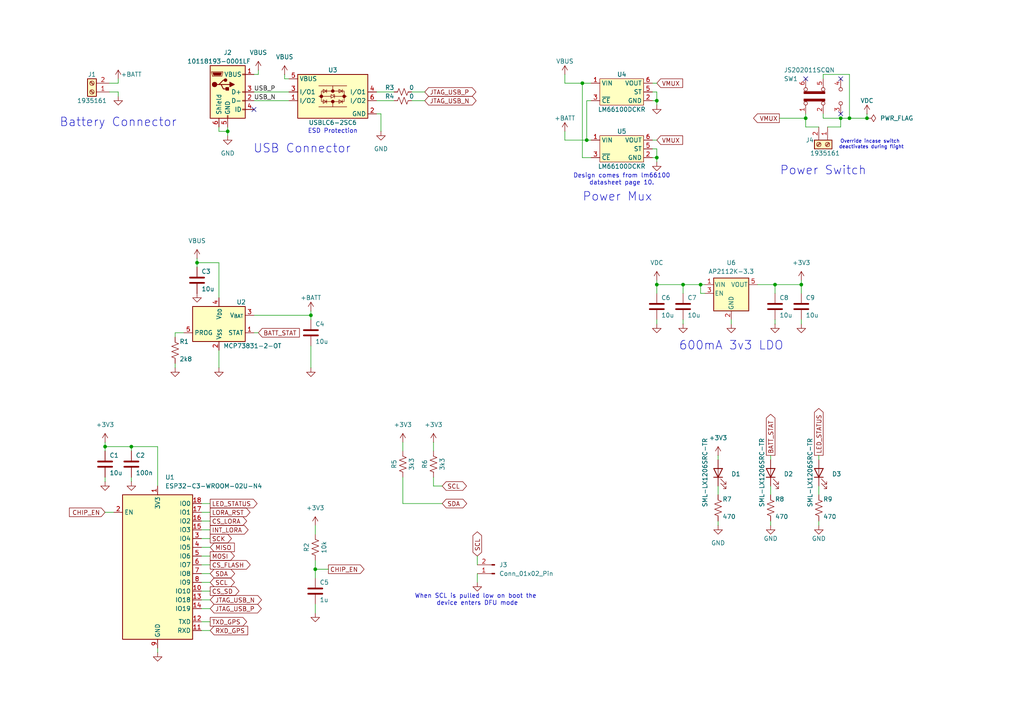
<source format=kicad_sch>
(kicad_sch (version 20231120) (generator "eeschema") (generator_version "8.0")
  (paper "A4")
  (lib_symbols
    (symbol "Battery_Management:MCP73831-2-OT"
      (property "Reference" "U" (at -7.62 6.35 0))
      (property "Value" "MCP73831-2-OT" (at 1.27 6.35 0))
      (symbol "MCP73831-2-OT_0_1"
        (rectangle (start -7.62 5.08) (end 7.62 -5.08) (stroke (width 0.254)) (fill (type background)))
      )
      (symbol "MCP73831-2-OT_1_1"
        (pin tri_state line (at 10.16 -2.54 180) (length 2.54) (name "STAT") (number "1"))
        (pin power_in line (at 0 -7.62 90) (length 2.54) (name "V_{SS}") (number "2"))
        (pin power_out line (at 10.16 2.54 180) (length 2.54) (name "V_{BAT}") (number "3"))
        (pin power_in line (at 0 7.62 270) (length 2.54) (name "V_{DD}") (number "4"))
        (pin input line (at -10.16 -2.54 0) (length 2.54) (name "PROG") (number "5"))
      )
    )
    (symbol "Connector:Conn_01x02_Pin" (pin_names (offset 1.016) hide)
      (property "Reference" "J" (at 0 2.54 0))
      (property "Value" "Conn_01x02_Pin" (at 0 -5.08 0))
      (symbol "Conn_01x02_Pin_1_1"
        (polyline (pts (xy 1.27 -2.54) (xy 0.8636 -2.54)) (stroke (width 0.1524)))
        (polyline (pts (xy 1.27 0) (xy 0.8636 0)) (stroke (width 0.1524)))
        (rectangle (start 0.8636 -2.413) (end 0 -2.667) (stroke (width 0.1524)) (fill (type outline)))
        (rectangle (start 0.8636 0.127) (end 0 -0.127) (stroke (width 0.1524)) (fill (type outline)))
        (pin passive line (at 5.08 0 180) (length 3.81) (name "Pin_1") (number "1"))
        (pin passive line (at 5.08 -2.54 180) (length 3.81) (name "Pin_2") (number "2"))
      )
    )
    (symbol "Connector:USB_B_Micro" (pin_names (offset 1.016))
      (property "Reference" "J" (at -5.08 11.43 0))
      (property "Value" "USB_B_Micro" (at -5.08 8.89 0))
      (symbol "USB_B_Micro_0_1"
        (rectangle (start -5.08 -7.62) (end 5.08 7.62) (stroke (width 0.254)) (fill (type background)))
        (circle (center -3.81 2.159) (radius 0.635) (stroke (width 0.254)) (fill (type outline)))
        (circle (center -0.635 3.429) (radius 0.381) (stroke (width 0.254)) (fill (type outline)))
        (rectangle (start -0.127 -7.62) (end 0.127 -6.858))
        (polyline (pts (xy -1.905 2.159) (xy 0.635 2.159)) (stroke (width 0.254)))
        (polyline (pts (xy -3.175 2.159) (xy -2.54 2.159) (xy -1.27 3.429) (xy -0.635 3.429)) (stroke (width 0.254)))
        (polyline (pts (xy -2.54 2.159) (xy -1.905 2.159) (xy -1.27 0.889) (xy 0 0.889)) (stroke (width 0.254)))
        (polyline (pts (xy 0.635 2.794) (xy 0.635 1.524) (xy 1.905 2.159) (xy 0.635 2.794)) (stroke (width 0.254)) (fill (type outline)))
        (polyline (pts (xy -4.318 5.588) (xy -1.778 5.588) (xy -2.032 4.826) (xy -4.064 4.826) (xy -4.318 5.588)) (fill (type outline)))
        (polyline (pts (xy -4.699 5.842) (xy -4.699 5.588) (xy -4.445 4.826) (xy -4.445 4.572) (xy -1.651 4.572) (xy -1.651 4.826) (xy -1.397 5.588) (xy -1.397 5.842) (xy -4.699 5.842)))
        (rectangle (start 0.254 1.27) (end -0.508 0.508) (stroke (width 0.254)) (fill (type outline)))
        (rectangle (start 5.08 -5.207) (end 4.318 -4.953))
        (rectangle (start 5.08 -2.667) (end 4.318 -2.413))
        (rectangle (start 5.08 -0.127) (end 4.318 0.127))
        (rectangle (start 5.08 4.953) (end 4.318 5.207))
      )
      (symbol "USB_B_Micro_1_1"
        (pin power_out line (at 7.62 5.08 180) (length 2.54) (name "VBUS") (number "1"))
        (pin bidirectional line (at 7.62 -2.54 180) (length 2.54) (name "D-") (number "2"))
        (pin bidirectional line (at 7.62 0 180) (length 2.54) (name "D+") (number "3"))
        (pin passive line (at 7.62 -5.08 180) (length 2.54) (name "ID") (number "4"))
        (pin power_out line (at 0 -10.16 90) (length 2.54) (name "GND") (number "5"))
        (pin passive line (at -2.54 -10.16 90) (length 2.54) (name "Shield") (number "6"))
      )
    )
    (symbol "Device:C" (pin_numbers hide) (pin_names (offset 0.254))
      (property "Reference" "C" (at 0.635 2.54 0))
      (property "Value" "C" (at 0.635 -2.54 0))
      (symbol "C_0_1"
        (polyline (pts (xy -2.032 -0.762) (xy 2.032 -0.762)) (stroke (width 0.508)))
        (polyline (pts (xy -2.032 0.762) (xy 2.032 0.762)) (stroke (width 0.508)))
      )
      (symbol "C_1_1"
        (pin passive line (at 0 3.81 270) (length 2.794) (name "~") (number "1"))
        (pin passive line (at 0 -3.81 90) (length 2.794) (name "~") (number "2"))
      )
    )
    (symbol "Device:LED" (pin_numbers hide) (pin_names (offset 1.016) hide)
      (property "Reference" "D" (at 0 2.54 0))
      (property "Value" "LED" (at 0 -2.54 0))
      (symbol "LED_0_1"
        (polyline (pts (xy -1.27 -1.27) (xy -1.27 1.27)) (stroke (width 0.254)))
        (polyline (pts (xy -1.27 0) (xy 1.27 0)))
        (polyline (pts (xy 1.27 -1.27) (xy 1.27 1.27) (xy -1.27 0) (xy 1.27 -1.27)) (stroke (width 0.254)))
        (polyline (pts (xy -3.048 -0.762) (xy -4.572 -2.286) (xy -3.81 -2.286) (xy -4.572 -2.286) (xy -4.572 -1.524)))
        (polyline (pts (xy -1.778 -0.762) (xy -3.302 -2.286) (xy -2.54 -2.286) (xy -3.302 -2.286) (xy -3.302 -1.524)))
      )
      (symbol "LED_1_1"
        (pin passive line (at -3.81 0 0) (length 2.54) (name "K") (number "1"))
        (pin passive line (at 3.81 0 180) (length 2.54) (name "A") (number "2"))
      )
    )
    (symbol "Device:R_Small_US" (pin_numbers hide) (pin_names (offset 0.254) hide)
      (property "Reference" "R" (at 0.762 0.508 0))
      (property "Value" "R_Small_US" (at 0.762 -1.016 0))
      (symbol "R_Small_US_1_1"
        (polyline (pts (xy 0 0) (xy 1.016 -0.381) (xy 0 -0.762) (xy -1.016 -1.143) (xy 0 -1.524)))
        (polyline (pts (xy 0 1.524) (xy 1.016 1.143) (xy 0 0.762) (xy -1.016 0.381) (xy 0 0)))
        (pin passive line (at 0 2.54 270) (length 1.016) (name "~") (number "1"))
        (pin passive line (at 0 -2.54 90) (length 1.016) (name "~") (number "2"))
      )
    )
    (symbol "Device:R_US" (pin_numbers hide) (pin_names (offset 0))
      (property "Reference" "R" (at 2.54 0 90))
      (property "Value" "R_US" (at -2.54 0 90))
      (symbol "R_US_0_1"
        (polyline (pts (xy 0 -2.286) (xy 0 -2.54)))
        (polyline (pts (xy 0 2.286) (xy 0 2.54)))
        (polyline (pts (xy 0 -0.762) (xy 1.016 -1.143) (xy 0 -1.524) (xy -1.016 -1.905) (xy 0 -2.286)))
        (polyline (pts (xy 0 0.762) (xy 1.016 0.381) (xy 0 0) (xy -1.016 -0.381) (xy 0 -0.762)))
        (polyline (pts (xy 0 2.286) (xy 1.016 1.905) (xy 0 1.524) (xy -1.016 1.143) (xy 0 0.762)))
      )
      (symbol "R_US_1_1"
        (pin passive line (at 0 3.81 270) (length 1.27) (name "~") (number "1"))
        (pin passive line (at 0 -3.81 90) (length 1.27) (name "~") (number "2"))
      )
    )
    (symbol "MCU:1984963" (pin_names (offset 1.016) hide)
      (property "Reference" "J" (at 0 2.54 0))
      (property "Value" "1984963" (at 0 -5.08 0))
      (symbol "1984963_1_1"
        (rectangle (start -1.27 1.27) (end 1.27 -3.81) (stroke (width 0.254)) (fill (type background)))
        (circle (center 0 -2.54) (radius 0.635) (stroke (width 0.1524)))
        (polyline (pts (xy -0.5334 -2.2098) (xy 0.3302 -3.048)) (stroke (width 0.1524)))
        (polyline (pts (xy -0.5334 0.3302) (xy 0.3302 -0.508)) (stroke (width 0.1524)))
        (polyline (pts (xy -0.3556 -2.032) (xy 0.508 -2.8702)) (stroke (width 0.1524)))
        (polyline (pts (xy -0.3556 0.508) (xy 0.508 -0.3302)) (stroke (width 0.1524)))
        (circle (center 0 0) (radius 0.635) (stroke (width 0.1524)))
        (pin passive line (at -5.08 0 0) (length 3.81) (name "Pin_1") (number "1"))
        (pin passive line (at -5.08 -2.54 0) (length 3.81) (name "Pin_2") (number "2"))
      )
    )
    (symbol "MCU:ESP32-C3-WROOM-02"
      (property "Reference" "U" (at -8.89 20.32 0))
      (property "Value" "ESP32-C3-WROOM-02" (at 12.7 -24.13 0))
      (symbol "ESP32-C3-WROOM-02_0_1"
        (rectangle (start -10.16 19.05) (end 10.16 -22.86) (stroke (width 0.254)) (fill (type background)))
      )
      (symbol "ESP32-C3-WROOM-02_1_1"
        (pin power_in line (at 0 21.59 270) (length 2.54) (name "3V3") (number "1"))
        (pin bidirectional line (at 12.7 -8.89 180) (length 2.54) (name "IO10") (number "10"))
        (pin input line (at 12.7 -20.32 180) (length 2.54) (name "RXD") (number "11"))
        (pin output line (at 12.7 -17.78 180) (length 2.54) (name "TXD") (number "12"))
        (pin bidirectional line (at 12.7 -11.43 180) (length 2.54) (name "IO18") (number "13"))
        (pin bidirectional line (at 12.7 -13.97 180) (length 2.54) (name "IO19") (number "14"))
        (pin bidirectional line (at 12.7 8.89 180) (length 2.54) (name "IO3") (number "15"))
        (pin bidirectional line (at 12.7 11.43 180) (length 2.54) (name "IO2") (number "16"))
        (pin bidirectional line (at 12.7 13.97 180) (length 2.54) (name "IO1") (number "17"))
        (pin bidirectional line (at 12.7 16.51 180) (length 2.54) (name "IO0") (number "18"))
        (pin power_in line (at 0 -25.4 90) (length 2.54) hide (name "GND") (number "19"))
        (pin input line (at -12.7 13.97 0) (length 2.54) (name "EN") (number "2"))
        (pin bidirectional line (at 12.7 6.35 180) (length 2.54) (name "IO4") (number "3"))
        (pin bidirectional line (at 12.7 3.81 180) (length 2.54) (name "IO5") (number "4"))
        (pin bidirectional line (at 12.7 1.27 180) (length 2.54) (name "IO6") (number "5"))
        (pin bidirectional line (at 12.7 -1.27 180) (length 2.54) (name "IO7") (number "6"))
        (pin bidirectional line (at 12.7 -3.81 180) (length 2.54) (name "IO8") (number "7"))
        (pin bidirectional line (at 12.7 -6.35 180) (length 2.54) (name "IO9") (number "8"))
        (pin power_in line (at 0 -25.4 90) (length 2.54) (name "GND") (number "9"))
      )
    )
    (symbol "MCU:JS202011SCQN" (pin_names (offset 0) hide)
      (property "Reference" "SW" (at 0 6.858 0))
      (property "Value" "JS202011SCQN" (at 0 -8.128 0))
      (symbol "JS202011SCQN_0_0"
        (circle (center -2.032 -5.08) (radius 0.508))
        (circle (center -2.032 5.08) (radius 0.508))
        (circle (center 2.032 -5.08) (radius 0.508))
        (circle (center 2.032 0) (radius 0.508))
      )
      (symbol "JS202011SCQN_0_1"
        (circle (center -2.032 0) (radius 0.508))
        (circle (center 2.032 5.08) (radius 0.508))
      )
      (symbol "JS202011SCQN_1_1"
        (rectangle (start -1.397 5.588) (end -0.762 -0.508) (fill (type outline)))
        (rectangle (start 0.762 5.588) (end 1.397 -0.508) (fill (type outline)))
        (pin passive line (at -5.08 5.08 0) (length 2.54) (name "A") (number "1"))
        (pin passive line (at -5.08 0 0) (length 2.54) (name "B") (number "2"))
        (pin passive line (at -5.08 -5.08 0) (length 2.54) (name "C") (number "3"))
        (pin passive line (at 5.08 -5.08 180) (length 2.54) (name "A") (number "4"))
        (pin passive line (at 5.08 0 180) (length 2.54) (name "B") (number "5"))
        (pin passive line (at 5.08 5.08 180) (length 2.54) (name "C") (number "6"))
      )
    )
    (symbol "MCU:LM66100DCKR"
      (property "Reference" "U" (at 0 5.08 0))
      (property "Value" "LM66100DCKR" (at 0 -5.08 0))
      (symbol "LM66100DCKR_1_1"
        (rectangle (start -6.35 3.81) (end 6.35 -3.81) (fill (type background)))
        (pin power_in line (at -8.89 2.54 0) (length 2.54) (name "VIN") (number "1"))
        (pin power_in line (at 8.89 -2.54 180) (length 2.54) (name "GND") (number "2"))
        (pin input line (at -8.89 -2.54 0) (length 2.54) (name "~{CE}") (number "3"))
        (pin input line (at 8.89 0 180) (length 2.54) (name "ST") (number "5"))
        (pin power_out line (at 8.89 2.54 180) (length 2.54) (name "VOUT") (number "6"))
      )
    )
    (symbol "MCU:USBLC6-2SC6"
      (property "Reference" "U" (at -8.89 7.62 0))
      (property "Value" "USBLC6-2SC6" (at 0 -7.62 0))
      (symbol "USBLC6-2SC6_0_0"
        (circle (center -3.302 0) (radius 0.0001) (stroke (width 0.508)))
        (circle (center 0 -1.524) (radius 0.0001) (stroke (width 0.508)))
        (circle (center 0 1.524) (radius 0.0001) (stroke (width 0.508)))
        (circle (center 3.302 0) (radius 0.0001) (stroke (width 0.508)))
      )
      (symbol "USBLC6-2SC6_0_1"
        (polyline (pts (xy -3.302 0) (xy -4.064 0)))
        (polyline (pts (xy -3.302 0) (xy -0.508 0)))
        (polyline (pts (xy -1.778 -1.016) (xy -1.778 -2.032)))
        (polyline (pts (xy -1.778 2.032) (xy -1.778 1.016)))
        (polyline (pts (xy 0 -1.524) (xy 0 -3.048)))
        (polyline (pts (xy 0 3.048) (xy 0 1.524)))
        (polyline (pts (xy 0.508 0) (xy 3.302 0)))
        (polyline (pts (xy 2.794 -1.016) (xy 2.794 -2.032)))
        (polyline (pts (xy 2.794 1.016) (xy 2.794 2.032)))
        (polyline (pts (xy 4.064 -3.048) (xy -4.064 -3.048)))
        (polyline (pts (xy 4.064 0) (xy 3.302 0)))
        (polyline (pts (xy 4.064 3.048) (xy -4.064 3.048)))
        (polyline (pts (xy 0.127 0.508) (xy 0.508 0.508) (xy 0.508 -0.508)))
        (polyline (pts (xy -2.794 -2.032) (xy -2.794 -1.016) (xy -1.778 -1.524) (xy -2.794 -2.032)))
        (polyline (pts (xy -2.794 1.016) (xy -2.794 2.032) (xy -1.778 1.524) (xy -2.794 1.016)))
        (polyline (pts (xy -0.508 -0.508) (xy -0.508 0.508) (xy 0.508 0) (xy -0.508 -0.508)))
        (polyline (pts (xy 1.778 -2.032) (xy 1.778 -1.016) (xy 2.794 -1.524) (xy 1.778 -2.032)))
        (polyline (pts (xy 1.778 2.032) (xy 1.778 1.016) (xy 2.794 1.524) (xy 1.778 2.032)))
      )
      (symbol "USBLC6-2SC6_1_1"
        (rectangle (start -10.16 6.35) (end 10.16 -6.35) (stroke (width 0.254)) (fill (type background)))
        (polyline (pts (xy -3.302 0) (xy -3.302 -1.524) (xy 3.302 -1.524) (xy 3.302 0)))
        (polyline (pts (xy 3.302 0) (xy 3.302 1.524) (xy -3.302 1.524) (xy -3.302 0)))
        (pin passive line (at -12.7 -1.27 0) (length 2.54) (name "I/O2") (number "1"))
        (pin power_in line (at 12.7 -5.08 180) (length 2.54) (name "GND") (number "2"))
        (pin passive line (at -12.7 1.27 0) (length 2.54) (name "I/O1") (number "3"))
        (pin passive line (at 12.7 1.27 180) (length 2.54) (name "I/O1") (number "4"))
        (pin power_in line (at -12.7 5.08 0) (length 2.54) (name "VBUS") (number "5"))
        (pin passive line (at 12.7 -1.27 180) (length 2.54) (name "I/O2") (number "6"))
      )
    )
    (symbol "Regulator_Linear:AP2112K-3.3" (pin_names (offset 0.254))
      (property "Reference" "U" (at -5.08 5.715 0))
      (property "Value" "AP2112K-3.3" (at 0 5.715 0))
      (symbol "AP2112K-3.3_0_1"
        (rectangle (start -5.08 4.445) (end 5.08 -5.08) (stroke (width 0.254)) (fill (type background)))
      )
      (symbol "AP2112K-3.3_1_1"
        (pin power_in line (at -7.62 2.54 0) (length 2.54) (name "VIN") (number "1"))
        (pin power_in line (at 0 -7.62 90) (length 2.54) (name "GND") (number "2"))
        (pin input line (at -7.62 0 0) (length 2.54) (name "EN") (number "3"))
        (pin no_connect line (at 5.08 0 180) (length 2.54) hide (name "NC") (number "4"))
        (pin power_out line (at 7.62 2.54 180) (length 2.54) (name "VOUT") (number "5"))
      )
    )
    (symbol "power:+3V3" (power) (pin_numbers hide) (pin_names (offset 0) hide)
      (property "Value" "+3V3" (at 0 3.556 0))
      (symbol "+3V3_0_1"
        (polyline (pts (xy -0.762 1.27) (xy 0 2.54)))
        (polyline (pts (xy 0 0) (xy 0 2.54)))
        (polyline (pts (xy 0 2.54) (xy 0.762 1.27)))
      )
      (symbol "+3V3_1_1"
        (pin power_in line (at 0 0 90) (length 0) (name "~") (number "1"))
      )
    )
    (symbol "power:+BATT" (power) (pin_numbers hide) (pin_names (offset 0) hide)
      (property "Value" "+BATT" (at 0 3.556 0))
      (symbol "+BATT_0_1"
        (polyline (pts (xy -0.762 1.27) (xy 0 2.54)))
        (polyline (pts (xy 0 0) (xy 0 2.54)))
        (polyline (pts (xy 0 2.54) (xy 0.762 1.27)))
      )
      (symbol "+BATT_1_1"
        (pin power_in line (at 0 0 90) (length 0) (name "~") (number "1"))
      )
    )
    (symbol "power:GND" (power) (pin_numbers hide) (pin_names (offset 0) hide)
      (property "Value" "GND" (at 0 -3.81 0))
      (symbol "GND_0_1"
        (polyline (pts (xy 0 0) (xy 0 -1.27) (xy 1.27 -1.27) (xy 0 -2.54) (xy -1.27 -1.27) (xy 0 -1.27)))
      )
      (symbol "GND_1_1"
        (pin power_in line (at 0 0 270) (length 0) (name "~") (number "1"))
      )
    )
    (symbol "power:PWR_FLAG" (power) (pin_numbers hide) (pin_names (offset 0) hide)
      (property "Value" "PWR_FLAG" (at 0 3.81 0))
      (symbol "PWR_FLAG_0_0"
        (pin power_out line (at 0 0 90) (length 0) (name "~") (number "1"))
      )
      (symbol "PWR_FLAG_0_1"
        (polyline (pts (xy 0 0) (xy 0 1.27) (xy -1.016 1.905) (xy 0 2.54) (xy 1.016 1.905) (xy 0 1.27)))
      )
    )
    (symbol "power:VBUS" (power) (pin_numbers hide) (pin_names (offset 0) hide)
      (property "Value" "VBUS" (at 0 3.556 0))
      (symbol "VBUS_0_1"
        (polyline (pts (xy -0.762 1.27) (xy 0 2.54)))
        (polyline (pts (xy 0 0) (xy 0 2.54)))
        (polyline (pts (xy 0 2.54) (xy 0.762 1.27)))
      )
      (symbol "VBUS_1_1"
        (pin power_in line (at 0 0 90) (length 0) (name "~") (number "1"))
      )
    )
    (symbol "power:VDC" (power) (pin_numbers hide) (pin_names (offset 0) hide)
      (property "Value" "VDC" (at 0 3.556 0))
      (symbol "VDC_0_1"
        (polyline (pts (xy -0.762 1.27) (xy 0 2.54)))
        (polyline (pts (xy 0 0) (xy 0 2.54)))
        (polyline (pts (xy 0 2.54) (xy 0.762 1.27)))
      )
      (symbol "VDC_1_1"
        (pin power_in line (at 0 0 90) (length 0) (name "~") (number "1"))
      )
    )
  )
  (junction (at 232.41 82.55))
  (junction (at 190.5 29.21))
  (junction (at 90.17 91.44))
  (junction (at 168.91 24.13))
  (junction (at 224.79 82.55))
  (junction (at 243.84 34.29))
  (junction (at 30.48 129.54))
  (junction (at 198.12 82.55))
  (junction (at 170.18 40.64))
  (junction (at 38.1 129.54))
  (junction (at 66.04 38.1))
  (junction (at 233.68 34.29))
  (junction (at 91.44 165.1))
  (junction (at 251.46 34.29))
  (junction (at 203.2 82.55))
  (junction (at 190.5 82.55))
  (junction (at 57.15 76.2))
  (junction (at 246.38 34.29))
  (junction (at 190.5 45.72))
  (no_connect (at 243.84 22.86))
  (no_connect (at 73.66 31.75))
  (no_connect (at 233.68 22.86))
  (no_connect (at 243.84 33.02))
  (wire (pts (xy 190.5 82.55) (xy 198.12 82.55)))
  (wire (pts (xy 109.22 26.67) (xy 114.3 26.67)))
  (wire (pts (xy 224.79 85.09) (xy 224.79 82.55)))
  (wire (pts (xy 246.38 21.59) (xy 246.38 34.29)))
  (wire (pts (xy 58.42 163.83) (xy 60.96 163.83)))
  (wire (pts (xy 30.48 129.54) (xy 30.48 130.81)))
  (wire (pts (xy 171.45 29.21) (xy 170.18 29.21)))
  (wire (pts (xy 251.46 34.29) (xy 246.38 34.29)))
  (wire (pts (xy 91.44 167.64) (xy 91.44 165.1)))
  (wire (pts (xy 163.83 21.59) (xy 163.83 24.13)))
  (wire (pts (xy 198.12 92.71) (xy 198.12 93.98)))
  (wire (pts (xy 171.45 45.72) (xy 168.91 45.72)))
  (wire (pts (xy 91.44 175.26) (xy 91.44 177.8)))
  (wire (pts (xy 243.84 34.29) (xy 243.84 36.83)))
  (wire (pts (xy 190.5 82.55) (xy 190.5 85.09)))
  (wire (pts (xy 57.15 76.2) (xy 63.5 76.2)))
  (wire (pts (xy 212.09 92.71) (xy 212.09 93.98)))
  (wire (pts (xy 243.84 34.29) (xy 238.76 34.29)))
  (wire (pts (xy 190.5 30.48) (xy 190.5 29.21)))
  (wire (pts (xy 116.84 128.27) (xy 116.84 130.81)))
  (wire (pts (xy 30.48 138.43) (xy 30.48 139.7)))
  (wire (pts (xy 138.43 166.37) (xy 138.43 168.91)))
  (wire (pts (xy 190.5 45.72) (xy 189.23 45.72)))
  (wire (pts (xy 128.27 146.05) (xy 116.84 146.05)))
  (wire (pts (xy 243.84 36.83) (xy 240.03 36.83)))
  (wire (pts (xy 58.42 151.13) (xy 60.96 151.13)))
  (wire (pts (xy 232.41 85.09) (xy 232.41 82.55)))
  (wire (pts (xy 90.17 91.44) (xy 90.17 90.17)))
  (wire (pts (xy 125.73 128.27) (xy 125.73 130.81)))
  (wire (pts (xy 223.52 140.97) (xy 223.52 143.51)))
  (wire (pts (xy 203.2 82.55) (xy 204.47 82.55)))
  (wire (pts (xy 73.66 91.44) (xy 90.17 91.44)))
  (wire (pts (xy 109.22 29.21) (xy 114.3 29.21)))
  (wire (pts (xy 34.29 24.13) (xy 34.29 22.86)))
  (wire (pts (xy 243.84 34.29) (xy 246.38 34.29)))
  (wire (pts (xy 168.91 24.13) (xy 171.45 24.13)))
  (wire (pts (xy 190.5 46.99) (xy 190.5 45.72)))
  (wire (pts (xy 190.5 24.13) (xy 189.23 24.13)))
  (wire (pts (xy 50.8 105.41) (xy 50.8 106.68)))
  (wire (pts (xy 58.42 161.29) (xy 60.96 161.29)))
  (wire (pts (xy 30.48 129.54) (xy 38.1 129.54)))
  (wire (pts (xy 90.17 100.33) (xy 90.17 106.68)))
  (wire (pts (xy 45.72 140.97) (xy 45.72 129.54)))
  (wire (pts (xy 237.49 151.13) (xy 237.49 152.4)))
  (wire (pts (xy 232.41 81.28) (xy 232.41 82.55)))
  (wire (pts (xy 223.52 151.13) (xy 223.52 152.4)))
  (wire (pts (xy 63.5 38.1) (xy 66.04 38.1)))
  (wire (pts (xy 38.1 139.7) (xy 38.1 138.43)))
  (wire (pts (xy 198.12 82.55) (xy 198.12 85.09)))
  (wire (pts (xy 30.48 128.27) (xy 30.48 129.54)))
  (wire (pts (xy 119.38 29.21) (xy 123.19 29.21)))
  (wire (pts (xy 58.42 182.88) (xy 60.96 182.88)))
  (wire (pts (xy 58.42 156.21) (xy 60.96 156.21)))
  (wire (pts (xy 163.83 40.64) (xy 163.83 38.1)))
  (wire (pts (xy 238.76 22.86) (xy 238.76 21.59)))
  (wire (pts (xy 128.27 140.97) (xy 125.73 140.97)))
  (wire (pts (xy 58.42 166.37) (xy 60.96 166.37)))
  (wire (pts (xy 45.72 189.23) (xy 45.72 187.96)))
  (wire (pts (xy 238.76 34.29) (xy 238.76 33.02)))
  (wire (pts (xy 190.5 81.28) (xy 190.5 82.55)))
  (wire (pts (xy 82.55 21.59) (xy 82.55 22.86)))
  (wire (pts (xy 58.42 168.91) (xy 60.96 168.91)))
  (wire (pts (xy 125.73 140.97) (xy 125.73 138.43)))
  (wire (pts (xy 34.29 26.67) (xy 34.29 27.94)))
  (wire (pts (xy 34.29 26.67) (xy 31.75 26.67)))
  (wire (pts (xy 251.46 33.02) (xy 251.46 34.29)))
  (wire (pts (xy 208.28 151.13) (xy 208.28 152.4)))
  (wire (pts (xy 34.29 24.13) (xy 31.75 24.13)))
  (wire (pts (xy 223.52 132.08) (xy 223.52 133.35)))
  (wire (pts (xy 58.42 158.75) (xy 60.96 158.75)))
  (wire (pts (xy 66.04 38.1) (xy 66.04 39.37)))
  (wire (pts (xy 50.8 96.52) (xy 53.34 96.52)))
  (wire (pts (xy 198.12 82.55) (xy 203.2 82.55)))
  (wire (pts (xy 73.66 26.67) (xy 83.82 26.67)))
  (wire (pts (xy 74.93 20.32) (xy 74.93 21.59)))
  (wire (pts (xy 189.23 43.18) (xy 190.5 43.18)))
  (wire (pts (xy 58.42 180.34) (xy 60.96 180.34)))
  (wire (pts (xy 233.68 33.02) (xy 233.68 34.29)))
  (wire (pts (xy 190.5 26.67) (xy 190.5 29.21)))
  (wire (pts (xy 50.8 97.79) (xy 50.8 96.52)))
  (wire (pts (xy 58.42 153.67) (xy 60.96 153.67)))
  (wire (pts (xy 91.44 152.4) (xy 91.44 154.94)))
  (wire (pts (xy 189.23 26.67) (xy 190.5 26.67)))
  (wire (pts (xy 219.71 82.55) (xy 224.79 82.55)))
  (wire (pts (xy 224.79 92.71) (xy 224.79 93.98)))
  (wire (pts (xy 110.49 38.1) (xy 110.49 33.02)))
  (wire (pts (xy 73.66 29.21) (xy 83.82 29.21)))
  (wire (pts (xy 90.17 92.71) (xy 90.17 91.44)))
  (wire (pts (xy 57.15 74.93) (xy 57.15 76.2)))
  (wire (pts (xy 63.5 101.6) (xy 63.5 106.68)))
  (wire (pts (xy 190.5 43.18) (xy 190.5 45.72)))
  (wire (pts (xy 237.49 140.97) (xy 237.49 143.51)))
  (wire (pts (xy 233.68 34.29) (xy 233.68 36.83)))
  (wire (pts (xy 38.1 130.81) (xy 38.1 129.54)))
  (wire (pts (xy 226.06 34.29) (xy 233.68 34.29)))
  (wire (pts (xy 91.44 165.1) (xy 95.25 165.1)))
  (wire (pts (xy 91.44 165.1) (xy 91.44 162.56)))
  (wire (pts (xy 63.5 76.2) (xy 63.5 86.36)))
  (wire (pts (xy 232.41 92.71) (xy 232.41 93.98)))
  (wire (pts (xy 57.15 76.2) (xy 57.15 77.47)))
  (wire (pts (xy 208.28 140.97) (xy 208.28 143.51)))
  (wire (pts (xy 58.42 146.05) (xy 60.96 146.05)))
  (wire (pts (xy 238.76 21.59) (xy 246.38 21.59)))
  (wire (pts (xy 58.42 171.45) (xy 60.96 171.45)))
  (wire (pts (xy 171.45 40.64) (xy 170.18 40.64)))
  (wire (pts (xy 58.42 148.59) (xy 60.96 148.59)))
  (wire (pts (xy 58.42 176.53) (xy 60.96 176.53)))
  (wire (pts (xy 116.84 146.05) (xy 116.84 138.43)))
  (wire (pts (xy 224.79 82.55) (xy 232.41 82.55)))
  (wire (pts (xy 190.5 29.21) (xy 189.23 29.21)))
  (wire (pts (xy 170.18 40.64) (xy 163.83 40.64)))
  (wire (pts (xy 58.42 173.99) (xy 60.96 173.99)))
  (wire (pts (xy 73.66 96.52) (xy 74.93 96.52)))
  (wire (pts (xy 237.49 132.08) (xy 237.49 133.35)))
  (wire (pts (xy 119.38 26.67) (xy 123.19 26.67)))
  (wire (pts (xy 110.49 33.02) (xy 109.22 33.02)))
  (wire (pts (xy 30.48 148.59) (xy 33.02 148.59)))
  (wire (pts (xy 45.72 129.54) (xy 38.1 129.54)))
  (wire (pts (xy 190.5 92.71) (xy 190.5 93.98)))
  (wire (pts (xy 233.68 36.83) (xy 237.49 36.83)))
  (wire (pts (xy 168.91 45.72) (xy 168.91 24.13)))
  (wire (pts (xy 190.5 40.64) (xy 189.23 40.64)))
  (wire (pts (xy 203.2 85.09) (xy 203.2 82.55)))
  (wire (pts (xy 204.47 85.09) (xy 203.2 85.09)))
  (wire (pts (xy 208.28 132.08) (xy 208.28 133.35)))
  (wire (pts (xy 66.04 36.83) (xy 66.04 38.1)))
  (wire (pts (xy 74.93 21.59) (xy 73.66 21.59)))
  (wire (pts (xy 82.55 22.86) (xy 83.82 22.86)))
  (wire (pts (xy 163.83 24.13) (xy 168.91 24.13)))
  (wire (pts (xy 63.5 36.83) (xy 63.5 38.1)))
  (wire (pts (xy 170.18 29.21) (xy 170.18 40.64)))
  (wire (pts (xy 138.43 161.29) (xy 138.43 163.83)))
  (text "600mA 3v3 LDO" (at 212.09 100.33 0) (effects (font (size 2.5 2.5))))
  (text "USB Connector\n" (at 87.63 43.18 0) (effects (font (size 2.5 2.5))))
  (text "Power Switch" (at 238.76 49.53 0) (effects (font (size 2.5 2.5))))
  (text "Design comes from lm66100\ndatasheet page 10." (at 180.34 52.07 0) (effects (font (size 1.27 1.27))))
  (text "Power Mux" (at 179.07 57.15 0) (effects (font (size 2.5 2.5))))
  (text "When SCL is pulled low on boot the \ndevice enters DFU mode" (at 138.43 173.99 0) (effects (font (size 1.27 1.27))))
  (text "Override incase switch \ndeactivates during flight" (at 252.73 41.91 0) (effects (font (size 1 1))))
  (text "ESD Protection\n" (at 96.52 38.1 0) (effects (font (size 1.27 1.27))))
  (text "Battery Connector" (at 34.29 35.56 0) (effects (font (size 2.5 2.5))))
  (label "USB_N" (at 73.66 29.21 0))
  (label "USB_P" (at 73.66 26.67 0))
  (global_label "SCL" (shape bidirectional) (at 138.43 161.29 90) (property "Intersheetrefs" "${INTERSHEET_REFS}" (effects (hide yes))))
  (global_label "BATT_STAT" (shape output) (at 223.52 132.08 90) (property "Intersheetrefs" "${INTERSHEET_REFS}" (effects (hide yes))))
  (global_label "BATT_STAT" (shape input) (at 74.93 96.52 0) (property "Intersheetrefs" "${INTERSHEET_REFS}" (effects (hide yes))))
  (global_label "VMUX" (shape input) (at 190.5 40.64 0) (property "Intersheetrefs" "${INTERSHEET_REFS}" (effects (hide yes))))
  (global_label "CS_FLASH" (shape output) (at 60.96 163.83 0) (property "Intersheetrefs" "${INTERSHEET_REFS}" (effects (hide yes))))
  (global_label "INT_LORA" (shape output) (at 60.96 153.67 0) (property "Intersheetrefs" "${INTERSHEET_REFS}" (effects (hide yes))))
  (global_label "CHIP_EN" (shape input) (at 30.48 148.59 180) (property "Intersheetrefs" "${INTERSHEET_REFS}" (effects (hide yes))))
  (global_label "SCL" (shape bidirectional) (at 60.96 168.91 0) (property "Intersheetrefs" "${INTERSHEET_REFS}" (effects (hide yes))))
  (global_label "SCL" (shape bidirectional) (at 128.27 140.97 0) (property "Intersheetrefs" "${INTERSHEET_REFS}" (effects (hide yes))))
  (global_label "VMUX" (shape output) (at 226.06 34.29 180) (property "Intersheetrefs" "${INTERSHEET_REFS}" (effects (hide yes))))
  (global_label "TXD_GPS" (shape output) (at 60.96 180.34 0) (property "Intersheetrefs" "${INTERSHEET_REFS}" (effects (hide yes))))
  (global_label "LED_STATUS" (shape output) (at 60.96 146.05 0) (property "Intersheetrefs" "${INTERSHEET_REFS}" (effects (hide yes))))
  (global_label "CS_SD" (shape output) (at 60.96 171.45 0) (property "Intersheetrefs" "${INTERSHEET_REFS}" (effects (hide yes))))
  (global_label "LED_STATUS" (shape output) (at 237.49 132.08 90) (property "Intersheetrefs" "${INTERSHEET_REFS}" (effects (hide yes))))
  (global_label "MISO" (shape input) (at 60.96 158.75 0) (property "Intersheetrefs" "${INTERSHEET_REFS}" (effects (hide yes))))
  (global_label "SDA" (shape bidirectional) (at 128.27 146.05 0) (property "Intersheetrefs" "${INTERSHEET_REFS}" (effects (hide yes))))
  (global_label "VMUX" (shape input) (at 190.5 24.13 0) (property "Intersheetrefs" "${INTERSHEET_REFS}" (effects (hide yes))))
  (global_label "LORA_RST" (shape output) (at 60.96 148.59 0) (property "Intersheetrefs" "${INTERSHEET_REFS}" (effects (hide yes))))
  (global_label "CS_LORA" (shape output) (at 60.96 151.13 0) (property "Intersheetrefs" "${INTERSHEET_REFS}" (effects (hide yes))))
  (global_label "CHIP_EN" (shape output) (at 95.25 165.1 0) (property "Intersheetrefs" "${INTERSHEET_REFS}" (effects (hide yes))))
  (global_label "RXD_GPS" (shape input) (at 60.96 182.88 0) (property "Intersheetrefs" "${INTERSHEET_REFS}" (effects (hide yes))))
  (global_label "JTAG_USB_P" (shape bidirectional) (at 123.19 26.67 0) (property "Intersheetrefs" "${INTERSHEET_REFS}" (effects (hide yes))))
  (global_label "JTAG_USB_P" (shape bidirectional) (at 60.96 176.53 0) (property "Intersheetrefs" "${INTERSHEET_REFS}" (effects (hide yes))))
  (global_label "SCK" (shape output) (at 60.96 156.21 0) (property "Intersheetrefs" "${INTERSHEET_REFS}" (effects (hide yes))))
  (global_label "JTAG_USB_N" (shape bidirectional) (at 123.19 29.21 0) (property "Intersheetrefs" "${INTERSHEET_REFS}" (effects (hide yes))))
  (global_label "JTAG_USB_N" (shape bidirectional) (at 60.96 173.99 0) (property "Intersheetrefs" "${INTERSHEET_REFS}" (effects (hide yes))))
  (global_label "MOSI" (shape output) (at 60.96 161.29 0) (property "Intersheetrefs" "${INTERSHEET_REFS}" (effects (hide yes))))
  (global_label "SDA" (shape bidirectional) (at 60.96 166.37 0) (property "Intersheetrefs" "${INTERSHEET_REFS}" (effects (hide yes))))
  (symbol (lib_id "Device:R_US") (at 91.44 158.75 180) (unit 1)
    (property "Reference" "R2" (at 88.9 158.75 90))
    (property "Value" "10k" (at 93.98 158.75 90))
    (property "Footprint" "Resistor_SMD:R_0603_1608Metric" (effects (hide yes)))
    (property "Description" "Resistor, US symbol" (effects (hide yes)))
    (property "digikeynumber" "RC0603DR-0710KL" (effects (hide yes)))
  )
  (symbol (lib_id "power:VBUS") (at 57.15 74.93 0) (unit 1)
    (property "Reference" "#PWR08" (effects (hide yes)))
    (property "Value" "VBUS" (at 57.15 69.85 0))
    (property "Description" "Power symbol creates a global label with name \"VBUS\"" (effects (hide yes)))
  )
  (symbol (lib_id "power:VBUS") (at 74.93 20.32 0) (unit 1)
    (property "Reference" "#PWR012" (effects (hide yes)))
    (property "Value" "VBUS" (at 74.93 15.24 0))
    (property "Description" "Power symbol creates a global label with name \"VBUS\"" (effects (hide yes)))
  )
  (symbol (lib_id "Device:C") (at 198.12 88.9 0) (unit 1)
    (property "Reference" "C7" (at 199.39 86.36 0) (effects (justify left)))
    (property "Value" "10u" (at 199.39 91.44 0) (effects (justify left)))
    (property "Footprint" "Capacitor_SMD:C_0603_1608Metric" (effects (hide yes)))
    (property "Description" "Unpolarized capacitor" (effects (hide yes)))
    (property "digikeynumber" "CL10A106KQ8NNNC" (effects (hide yes)))
  )
  (symbol (lib_id "MCU:USBLC6-2SC6") (at 96.52 27.94 0) (unit 1)
    (property "Reference" "U3" (at 96.52 20.32 0))
    (property "Value" "USBLC6-2SC6" (at 96.52 35.56 0))
    (property "Footprint" "Package_TO_SOT_SMD:SOT-23-6" (effects (hide yes)))
    (property "Datasheet" "https://www.st.com/content/ccc/resource/technical/document/datasheet/06/1d/48/9c/6c/20/4a/b2/CD00050750.pdf/files/CD00050750.pdf/jcr:content/translations/en.CD00050750.pdf" (effects (hide yes)))
    (property "digikeynumber" "USBLC6-2SC6" (effects (hide yes)))
  )
  (symbol (lib_id "Device:LED") (at 237.49 137.16 90) (unit 1)
    (property "Reference" "D3" (at 241.3 137.4774 90) (effects (justify right)))
    (property "Value" "SML-LX1206SRC-TR" (at 234.95 127 0) (effects (justify right)))
    (property "Footprint" "LED_SMD:LED_0805_2012Metric" (effects (hide yes)))
    (property "Description" "Light emitting diode" (effects (hide yes)))
    (property "digikeynumber" "SML-LX1206SRC-TR" (effects (hide yes)))
  )
  (symbol (lib_id "Connector:USB_B_Micro") (at 66.04 26.67 0) (unit 1)
    (property "Reference" "J2" (at 66.04 15.24 0))
    (property "Value" "10118193-0001LF" (at 63.5 17.78 0))
    (property "Footprint" "10118193-0001LF:AMPHENOL_10118193-0001LF" (effects (hide yes)))
    (property "Description" "USB Micro Type B connector" (effects (hide yes)))
    (property "digikeynumber" "10118193-0001LF" (effects (hide yes)))
  )
  (symbol (lib_id "power:GND") (at 38.1 139.7 0) (unit 1)
    (property "Reference" "#PWR05" (effects (hide yes)))
    (property "Value" "GND" (effects (hide yes)))
    (property "Description" "Power symbol creates a global label with name \"GND\" , ground" (effects (hide yes)))
  )
  (symbol (lib_id "power:GND") (at 90.17 106.68 0) (unit 1)
    (property "Reference" "#PWR015" (effects (hide yes)))
    (property "Value" "GND" (effects (hide yes)))
    (property "Description" "Power symbol creates a global label with name \"GND\" , ground" (effects (hide yes)))
  )
  (symbol (lib_id "Device:C") (at 224.79 88.9 0) (unit 1)
    (property "Reference" "C8" (at 226.06 86.36 0) (effects (justify left)))
    (property "Value" "10u" (at 226.06 91.44 0) (effects (justify left)))
    (property "Footprint" "Capacitor_SMD:C_0603_1608Metric" (effects (hide yes)))
    (property "Description" "Unpolarized capacitor" (effects (hide yes)))
    (property "digikeynumber" "CL10A106KQ8NNNC" (effects (hide yes)))
  )
  (symbol (lib_id "power:+3V3") (at 116.84 128.27 0) (unit 1)
    (property "Reference" "#PWR019" (effects (hide yes)))
    (property "Value" "+3V3" (at 116.84 123.19 0))
    (property "Description" "Power symbol creates a global label with name \"+3V3\"" (effects (hide yes)))
  )
  (symbol (lib_id "power:VDC") (at 251.46 33.02 0) (unit 1)
    (property "Reference" "#PWR037" (effects (hide yes)))
    (property "Value" "VDC" (at 251.46 29.21 0))
    (property "Description" "Power symbol creates a global label with name \"VDC\"" (effects (hide yes)))
  )
  (symbol (lib_id "power:VBUS") (at 82.55 21.59 0) (unit 1)
    (property "Reference" "#PWR013" (effects (hide yes)))
    (property "Value" "VBUS" (at 82.55 16.51 0))
    (property "Description" "Power symbol creates a global label with name \"VBUS\"" (effects (hide yes)))
  )
  (symbol (lib_id "power:GND") (at 190.5 93.98 0) (unit 1)
    (property "Reference" "#PWR027" (effects (hide yes)))
    (property "Value" "GND" (effects (hide yes)))
    (property "Description" "Power symbol creates a global label with name \"GND\" , ground" (effects (hide yes)))
  )
  (symbol (lib_id "Device:C") (at 30.48 134.62 0) (unit 1)
    (property "Reference" "C1" (at 31.75 132.08 0) (effects (justify left)))
    (property "Value" "10u" (at 31.75 137.16 0) (effects (justify left)))
    (property "Footprint" "Capacitor_SMD:C_0603_1608Metric" (effects (hide yes)))
    (property "Description" "Unpolarized capacitor" (effects (hide yes)))
    (property "digikeynumber" "CL10A106KQ8NNNC" (effects (hide yes)))
  )
  (symbol (lib_id "power:GND") (at 57.15 85.09 0) (unit 1)
    (property "Reference" "#PWR09" (effects (hide yes)))
    (property "Value" "GND" (effects (hide yes)))
    (property "Description" "Power symbol creates a global label with name \"GND\" , ground" (effects (hide yes)))
  )
  (symbol (lib_id "Connector:Conn_01x02_Pin") (at 143.51 166.37 180) (unit 1)
    (property "Reference" "J3" (at 144.78 163.8299 0) (effects (justify right)))
    (property "Value" "Conn_01x02_Pin" (at 144.78 166.3699 0) (effects (justify right)))
    (property "Footprint" "Connector_PinSocket_2.54mm:PinSocket_1x02_P2.54mm_Vertical" (effects (hide yes)))
    (property "Description" "Generic connector, single row, 01x02, script generated" (effects (hide yes)))
  )
  (symbol (lib_id "Device:C") (at 57.15 81.28 0) (unit 1)
    (property "Reference" "C3" (at 58.42 78.74 0) (effects (justify left)))
    (property "Value" "10u" (at 58.42 83.82 0) (effects (justify left)))
    (property "Footprint" "Capacitor_SMD:C_0603_1608Metric" (effects (hide yes)))
    (property "Description" "Unpolarized capacitor" (effects (hide yes)))
    (property "digikeynumber" "CL10A106KQ8NNNC" (effects (hide yes)))
  )
  (symbol (lib_id "Device:R_US") (at 208.28 147.32 0) (unit 1)
    (property "Reference" "R7" (at 209.55 144.78 0) (effects (justify left)))
    (property "Value" "470" (at 209.55 149.86 0) (effects (justify left)))
    (property "Footprint" "Resistor_SMD:R_0603_1608Metric" (effects (hide yes)))
    (property "Description" "Resistor, US symbol" (effects (hide yes)))
    (property "digikeynumber" "RC0603FR-13470RL" (effects (hide yes)))
  )
  (symbol (lib_id "power:GND") (at 91.44 177.8 0) (unit 1)
    (property "Reference" "#PWR017" (effects (hide yes)))
    (property "Value" "GND" (effects (hide yes)))
    (property "Description" "Power symbol creates a global label with name \"GND\" , ground" (effects (hide yes)))
  )
  (symbol (lib_id "power:GND") (at 232.41 93.98 0) (unit 1)
    (property "Reference" "#PWR035" (effects (hide yes)))
    (property "Value" "GND" (effects (hide yes)))
    (property "Description" "Power symbol creates a global label with name \"GND\" , ground" (effects (hide yes)))
  )
  (symbol (lib_id "power:GND") (at 45.72 189.23 0) (unit 1)
    (property "Reference" "#PWR06" (effects (hide yes)))
    (property "Value" "GND" (effects (hide yes)))
    (property "Description" "Power symbol creates a global label with name \"GND\" , ground" (effects (hide yes)))
  )
  (symbol (lib_id "power:+BATT") (at 163.83 38.1 0) (unit 1)
    (property "Reference" "#PWR023" (effects (hide yes)))
    (property "Value" "+BATT" (at 163.83 34.29 0))
    (property "Description" "Power symbol creates a global label with name \"+BATT\"" (effects (hide yes)))
  )
  (symbol (lib_id "power:GND") (at 138.43 168.91 0) (unit 1)
    (property "Reference" "#PWR021" (effects (hide yes)))
    (property "Value" "GND" (effects (hide yes)))
    (property "Description" "Power symbol creates a global label with name \"GND\" , ground" (effects (hide yes)))
  )
  (symbol (lib_id "MCU:LM66100DCKR") (at 180.34 43.18 0) (unit 1)
    (property "Reference" "U5" (at 180.34 38.1 0))
    (property "Value" "LM66100DCKR" (at 180.34 48.26 0))
    (property "Footprint" "LM66100DCKR:DCK6_TEX" (effects (hide yes)))
    (property "Datasheet" "https://www.ti.com/lit/ds/symlink/lm66100.pdf?HQS=dis-dk-null-digikeymode-dsf-pf-null-wwe&ts=1715450402971" (effects (hide yes)))
    (property "digikeynumber" "LM66100DCKR" (effects (hide yes)))
  )
  (symbol (lib_id "power:+3V3") (at 91.44 152.4 0) (unit 1)
    (property "Reference" "#PWR016" (effects (hide yes)))
    (property "Value" "+3V3" (at 91.44 147.32 0))
    (property "Description" "Power symbol creates a global label with name \"+3V3\"" (effects (hide yes)))
  )
  (symbol (lib_id "power:GND") (at 190.5 30.48 0) (unit 1)
    (property "Reference" "#PWR024" (effects (hide yes)))
    (property "Value" "GND" (effects (hide yes)))
    (property "Description" "Power symbol creates a global label with name \"GND\" , ground" (effects (hide yes)))
  )
  (symbol (lib_id "Device:R_US") (at 125.73 134.62 180) (unit 1)
    (property "Reference" "R6" (at 123.19 134.62 90))
    (property "Value" "3k3" (at 128.27 134.62 90))
    (property "Footprint" "Resistor_SMD:R_0603_1608Metric" (effects (hide yes)))
    (property "Description" "Resistor, US symbol" (effects (hide yes)))
    (property "digikeynumber" "RC0603FR-103K3L" (effects (hide yes)))
  )
  (symbol (lib_id "power:GND") (at 190.5 46.99 0) (unit 1)
    (property "Reference" "#PWR025" (effects (hide yes)))
    (property "Value" "GND" (effects (hide yes)))
    (property "Description" "Power symbol creates a global label with name \"GND\" , ground" (effects (hide yes)))
  )
  (symbol (lib_id "power:GND") (at 50.8 106.68 0) (unit 1)
    (property "Reference" "#PWR07" (effects (hide yes)))
    (property "Value" "GND" (effects (hide yes)))
    (property "Description" "Power symbol creates a global label with name \"GND\" , ground" (effects (hide yes)))
  )
  (symbol (lib_id "Device:R_Small_US") (at 116.84 26.67 90) (unit 1)
    (property "Reference" "R3" (at 113.03 25.4 90))
    (property "Value" "0" (at 119.38 25.4 90))
    (property "Footprint" "Resistor_SMD:R_0603_1608Metric" (effects (hide yes)))
    (property "Description" "Resistor, small US symbol" (effects (hide yes)))
    (property "digikeynumber" "RC0603FR-130RL" (effects (hide yes)))
  )
  (symbol (lib_id "MCU:1984963") (at 240.03 41.91 270) (unit 1)
    (property "Reference" "J4" (at 233.68 40.64 90) (effects (justify left)))
    (property "Value" "1935161" (at 234.95 44.45 90) (effects (justify left)))
    (property "Footprint" "1935161:PHOENIX_1935161" (effects (hide yes)))
    (property "Datasheet" "https://mm.digikey.com/Volume0/opasdata/d220001/medias/docus/2515/COMBICON%20Spring-Cage%20PCB%20Term.%20Blocks.pdf" (effects (hide yes)))
    (property "Description" "Generic screw terminal, single row, 01x02, script generated (kicad-library-utils/schlib/autogen/connector/)" (effects (hide yes)))
    (property "digikeynumber" "1935161" (effects (hide yes)))
  )
  (symbol (lib_id "MCU:ESP32-C3-WROOM-02") (at 45.72 162.56 0) (unit 1)
    (property "Reference" "U1" (at 47.9141 138.43 0) (effects (justify left)))
    (property "Value" "ESP32-C3-WROOM-02U-N4 " (at 47.9141 140.97 0) (effects (justify left)))
    (property "Footprint" "RF_Module:ESP32-C3-WROOM-02U" (effects (hide yes)))
    (property "Datasheet" "https://www.espressif.com/sites/default/files/documentation/esp32-c3-wroom-02_datasheet_en.pdf" (effects (hide yes)))
    (property "digikeynumber" "ESP32-C3-WROOM-02U-N4" (effects (hide yes)))
  )
  (symbol (lib_id "power:+3V3") (at 125.73 128.27 0) (unit 1)
    (property "Reference" "#PWR020" (effects (hide yes)))
    (property "Value" "+3V3" (at 125.73 123.19 0))
    (property "Description" "Power symbol creates a global label with name \"+3V3\"" (effects (hide yes)))
  )
  (symbol (lib_id "power:GND") (at 208.28 152.4 0) (unit 1)
    (property "Reference" "#PWR030" (effects (hide yes)))
    (property "Value" "GND" (at 208.28 157.48 0))
    (property "Description" "Power symbol creates a global label with name \"GND\" , ground" (effects (hide yes)))
  )
  (symbol (lib_id "power:VDC") (at 190.5 81.28 0) (unit 1)
    (property "Reference" "#PWR026" (effects (hide yes)))
    (property "Value" "VDC" (at 190.5 76.2 0))
    (property "Description" "Power symbol creates a global label with name \"VDC\"" (effects (hide yes)))
  )
  (symbol (lib_id "Device:R_US") (at 50.8 101.6 0) (unit 1)
    (property "Reference" "R1" (at 52.07 99.06 0) (effects (justify left)))
    (property "Value" "2k8" (at 52.07 104.14 0) (effects (justify left)))
    (property "Footprint" "Resistor_SMD:R_0603_1608Metric" (effects (hide yes)))
    (property "Description" "Resistor, US symbol" (effects (hide yes)))
    (property "digikeynumber" "RC0603DR-072K8L" (effects (hide yes)))
  )
  (symbol (lib_id "Device:C") (at 190.5 88.9 0) (unit 1)
    (property "Reference" "C6" (at 191.77 86.36 0) (effects (justify left)))
    (property "Value" "10u" (at 191.77 91.44 0) (effects (justify left)))
    (property "Footprint" "Capacitor_SMD:C_0603_1608Metric" (effects (hide yes)))
    (property "Description" "Unpolarized capacitor" (effects (hide yes)))
    (property "digikeynumber" "CL10A106KQ8NNNC" (effects (hide yes)))
  )
  (symbol (lib_id "MCU:LM66100DCKR") (at 180.34 26.67 0) (unit 1)
    (property "Reference" "U4" (at 180.34 21.59 0))
    (property "Value" "LM66100DCKR" (at 180.34 31.75 0))
    (property "Footprint" "LM66100DCKR:DCK6_TEX" (effects (hide yes)))
    (property "Datasheet" "https://www.ti.com/lit/ds/symlink/lm66100.pdf?HQS=dis-dk-null-digikeymode-dsf-pf-null-wwe&ts=1715450402971" (effects (hide yes)))
    (property "digikeynumber" "LM66100DCKR" (effects (hide yes)))
  )
  (symbol (lib_id "Device:LED") (at 223.52 137.16 90) (unit 1)
    (property "Reference" "D2" (at 227.33 137.4774 90) (effects (justify right)))
    (property "Value" "SML-LX1206SRC-TR" (at 220.98 127 0) (effects (justify right)))
    (property "Footprint" "LED_SMD:LED_0805_2012Metric" (effects (hide yes)))
    (property "Description" "Light emitting diode" (effects (hide yes)))
    (property "digikeynumber" "SML-LX1206SRC-TR" (effects (hide yes)))
  )
  (symbol (lib_id "Device:C") (at 91.44 171.45 0) (unit 1)
    (property "Reference" "C5" (at 92.71 168.91 0) (effects (justify left)))
    (property "Value" "1u" (at 92.71 173.99 0) (effects (justify left)))
    (property "Footprint" "Capacitor_SMD:C_0603_1608Metric" (effects (hide yes)))
    (property "Description" "Unpolarized capacitor" (effects (hide yes)))
    (property "digikeynumber" "CL10B105KP8NFNC" (effects (hide yes)))
  )
  (symbol (lib_id "Device:C") (at 232.41 88.9 0) (unit 1)
    (property "Reference" "C9" (at 233.68 86.36 0) (effects (justify left)))
    (property "Value" "10u" (at 233.68 91.44 0) (effects (justify left)))
    (property "Footprint" "Capacitor_SMD:C_0603_1608Metric" (effects (hide yes)))
    (property "Description" "Unpolarized capacitor" (effects (hide yes)))
    (property "digikeynumber" "CL10A106KQ8NNNC" (effects (hide yes)))
  )
  (symbol (lib_id "power:+3V3") (at 30.48 128.27 0) (unit 1)
    (property "Reference" "#PWR01" (effects (hide yes)))
    (property "Value" "+3V3" (at 30.48 123.19 0))
    (property "Description" "Power symbol creates a global label with name \"+3V3\"" (effects (hide yes)))
  )
  (symbol (lib_id "power:PWR_FLAG") (at 251.46 34.29 270) (unit 1)
    (property "Reference" "#FLG01" (effects (hide yes)))
    (property "Value" "PWR_FLAG" (at 255.27 34.2899 90) (effects (justify left)))
    (property "Description" "Special symbol for telling ERC where power comes from" (effects (hide yes)))
  )
  (symbol (lib_id "power:GND") (at 30.48 139.7 0) (unit 1)
    (property "Reference" "#PWR02" (effects (hide yes)))
    (property "Value" "GND" (effects (hide yes)))
    (property "Description" "Power symbol creates a global label with name \"GND\" , ground" (effects (hide yes)))
  )
  (symbol (lib_id "power:GND") (at 198.12 93.98 0) (unit 1)
    (property "Reference" "#PWR028" (effects (hide yes)))
    (property "Value" "GND" (effects (hide yes)))
    (property "Description" "Power symbol creates a global label with name \"GND\" , ground" (effects (hide yes)))
  )
  (symbol (lib_id "Device:LED") (at 208.28 137.16 90) (unit 1)
    (property "Reference" "D1" (at 212.09 137.4774 90) (effects (justify right)))
    (property "Value" "SML-LX1206SRC-TR" (at 204.47 127 0) (effects (justify right)))
    (property "Footprint" "LED_SMD:LED_0805_2012Metric" (effects (hide yes)))
    (property "Description" "Light emitting diode" (effects (hide yes)))
    (property "digikeynumber" "SML-LX1206SRC-TR" (effects (hide yes)))
  )
  (symbol (lib_id "Battery_Management:MCP73831-2-OT") (at 63.5 93.98 0) (unit 1)
    (property "Reference" "U2" (at 68.58 87.63 0) (effects (justify left)))
    (property "Value" "MCP73831-2-OT" (at 64.77 100.33 0) (effects (justify left)))
    (property "Footprint" "Package_TO_SOT_SMD:SOT-23-5" (effects (hide yes)))
    (property "Datasheet" "http://ww1.microchip.com/downloads/en/DeviceDoc/20001984g.pdf" (effects (hide yes)))
    (property "Description" "Single cell, Li-Ion/Li-Po charge management controller, 4.20V, Tri-State Status Output, in SOT23-5 package" (effects (hide yes)))
    (property "digikeynumber" "MCP73831T-2ACI/OT" (effects (hide yes)))
  )
  (symbol (lib_id "Device:C") (at 38.1 134.62 0) (unit 1)
    (property "Reference" "C2" (at 39.37 132.08 0) (effects (justify left)))
    (property "Value" "100n" (at 39.37 137.16 0) (effects (justify left)))
    (property "Footprint" "Capacitor_SMD:C_0603_1608Metric" (effects (hide yes)))
    (property "Description" "Unpolarized capacitor" (effects (hide yes)))
    (property "digikeynumber" "CL10B104KO8NNWC" (effects (hide yes)))
  )
  (symbol (lib_id "Device:R_Small_US") (at 116.84 29.21 90) (unit 1)
    (property "Reference" "R4" (at 113.03 27.94 90))
    (property "Value" "0" (at 119.38 27.94 90))
    (property "Footprint" "Resistor_SMD:R_0603_1608Metric" (effects (hide yes)))
    (property "Description" "Resistor, small US symbol" (effects (hide yes)))
    (property "digikeynumber" "RC0603FR-130RL" (effects (hide yes)))
  )
  (symbol (lib_id "power:GND") (at 224.79 93.98 0) (unit 1)
    (property "Reference" "#PWR033" (effects (hide yes)))
    (property "Value" "GND" (effects (hide yes)))
    (property "Description" "Power symbol creates a global label with name \"GND\" , ground" (effects (hide yes)))
  )
  (symbol (lib_id "power:+BATT") (at 90.17 90.17 0) (unit 1)
    (property "Reference" "#PWR014" (effects (hide yes)))
    (property "Value" "+BATT" (at 90.17 86.36 0))
    (property "Description" "Power symbol creates a global label with name \"+BATT\"" (effects (hide yes)))
  )
  (symbol (lib_id "power:GND") (at 223.52 152.4 0) (unit 1)
    (property "Reference" "#PWR032" (effects (hide yes)))
    (property "Value" "GND" (at 223.52 156.21 0))
    (property "Description" "Power symbol creates a global label with name \"GND\" , ground" (effects (hide yes)))
  )
  (symbol (lib_id "power:GND") (at 237.49 152.4 0) (unit 1)
    (property "Reference" "#PWR036" (effects (hide yes)))
    (property "Value" "GND" (at 237.49 156.21 0))
    (property "Description" "Power symbol creates a global label with name \"GND\" , ground" (effects (hide yes)))
  )
  (symbol (lib_id "Regulator_Linear:AP2112K-3.3") (at 212.09 85.09 0) (unit 1)
    (property "Reference" "U6" (at 212.09 76.2 0))
    (property "Value" "AP2112K-3.3" (at 212.09 78.74 0))
    (property "Footprint" "Package_TO_SOT_SMD:SOT-23-5" (effects (hide yes)))
    (property "Datasheet" "https://www.diodes.com/assets/Datasheets/AP2112.pdf" (effects (hide yes)))
    (property "Description" "600mA low dropout linear regulator, with enable pin, 3.8V-6V input voltage range, 3.3V fixed positive output, SOT-23-5" (effects (hide yes)))
    (property "digikeynumber" "AP2112K-3.3TRG1" (effects (hide yes)))
  )
  (symbol (lib_id "Device:R_US") (at 116.84 134.62 180) (unit 1)
    (property "Reference" "R5" (at 114.3 134.62 90))
    (property "Value" "3k3" (at 119.38 134.62 90))
    (property "Footprint" "Resistor_SMD:R_0603_1608Metric" (effects (hide yes)))
    (property "Description" "Resistor, US symbol" (effects (hide yes)))
    (property "digikeynumber" "RC0603FR-103K3L" (effects (hide yes)))
  )
  (symbol (lib_id "MCU:JS202011SCQN") (at 238.76 27.94 90) (unit 1)
    (property "Reference" "SW1" (at 227.33 22.86 90) (effects (justify right)))
    (property "Value" "JS202011SCQN" (at 227.33 20.32 90) (effects (justify right)))
    (property "Footprint" "JS202011SCQN:SW_JS202011SCQN" (effects (hide yes)))
    (property "Description" "Slide Switch, dual pole double throw" (effects (hide yes)))
    (property "digikeynumber" "JS202011SCQN" (effects (hide yes)))
  )
  (symbol (lib_id "power:VBUS") (at 163.83 21.59 0) (unit 1)
    (property "Reference" "#PWR022" (effects (hide yes)))
    (property "Value" "VBUS" (at 163.83 17.78 0))
    (property "Description" "Power symbol creates a global label with name \"VBUS\"" (effects (hide yes)))
  )
  (symbol (lib_id "power:+BATT") (at 34.29 22.86 0) (unit 1)
    (property "Reference" "#PWR03" (effects (hide yes)))
    (property "Value" "+BATT" (at 38.1 21.59 0))
    (property "Description" "Power symbol creates a global label with name \"+BATT\"" (effects (hide yes)))
  )
  (symbol (lib_id "Device:R_US") (at 223.52 147.32 0) (unit 1)
    (property "Reference" "R8" (at 224.79 144.78 0) (effects (justify left)))
    (property "Value" "470" (at 224.79 149.86 0) (effects (justify left)))
    (property "Footprint" "Resistor_SMD:R_0603_1608Metric" (effects (hide yes)))
    (property "Description" "Resistor, US symbol" (effects (hide yes)))
    (property "digikeynumber" "RC0603FR-13470RL" (effects (hide yes)))
  )
  (symbol (lib_id "power:GND") (at 66.04 39.37 0) (unit 1)
    (property "Reference" "#PWR011" (effects (hide yes)))
    (property "Value" "GND" (at 66.04 44.45 0))
    (property "Description" "Power symbol creates a global label with name \"GND\" , ground" (effects (hide yes)))
  )
  (symbol (lib_id "power:GND") (at 212.09 93.98 0) (unit 1)
    (property "Reference" "#PWR031" (effects (hide yes)))
    (property "Value" "GND" (effects (hide yes)))
    (property "Description" "Power symbol creates a global label with name \"GND\" , ground" (effects (hide yes)))
  )
  (symbol (lib_id "MCU:1984963") (at 26.67 26.67 180) (unit 1)
    (property "Reference" "J1" (at 26.67 21.59 0))
    (property "Value" "1935161" (at 26.67 29.21 0))
    (property "Footprint" "1935161:PHOENIX_1935161" (effects (hide yes)))
    (property "Datasheet" "https://mm.digikey.com/Volume0/opasdata/d220001/medias/docus/2515/COMBICON%20Spring-Cage%20PCB%20Term.%20Blocks.pdf" (effects (hide yes)))
    (property "Description" "Generic screw terminal, single row, 01x02, script generated (kicad-library-utils/schlib/autogen/connector/)" (effects (hide yes)))
    (property "digikeynumber" "1935161" (effects (hide yes)))
  )
  (symbol (lib_id "power:+3V3") (at 232.41 81.28 0) (unit 1)
    (property "Reference" "#PWR034" (effects (hide yes)))
    (property "Value" "+3V3" (at 232.41 76.2 0))
    (property "Description" "Power symbol creates a global label with name \"+3V3\"" (effects (hide yes)))
  )
  (symbol (lib_id "Device:C") (at 90.17 96.52 0) (unit 1)
    (property "Reference" "C4" (at 91.44 93.98 0) (effects (justify left)))
    (property "Value" "10u" (at 91.44 99.06 0) (effects (justify left)))
    (property "Footprint" "Capacitor_SMD:C_0603_1608Metric" (effects (hide yes)))
    (property "Description" "Unpolarized capacitor" (effects (hide yes)))
    (property "digikeynumber" "CL10A106KQ8NNNC" (effects (hide yes)))
  )
  (symbol (lib_id "power:+3V3") (at 208.28 132.08 0) (unit 1)
    (property "Reference" "#PWR029" (effects (hide yes)))
    (property "Value" "+3V3" (at 208.28 127 0))
    (property "Description" "Power symbol creates a global label with name \"+3V3\"" (effects (hide yes)))
  )
  (symbol (lib_id "power:GND") (at 34.29 27.94 0) (unit 1)
    (property "Reference" "#PWR04" (effects (hide yes)))
    (property "Value" "GND" (effects (hide yes)))
    (property "Description" "Power symbol creates a global label with name \"GND\" , ground" (effects (hide yes)))
  )
  (symbol (lib_id "Device:R_US") (at 237.49 147.32 0) (unit 1)
    (property "Reference" "R9" (at 238.76 144.78 0) (effects (justify left)))
    (property "Value" "470" (at 238.76 149.86 0) (effects (justify left)))
    (property "Footprint" "Resistor_SMD:R_0603_1608Metric" (effects (hide yes)))
    (property "Description" "Resistor, US symbol" (effects (hide yes)))
    (property "digikeynumber" "RC0603FR-13470RL" (effects (hide yes)))
  )
  (symbol (lib_id "power:GND") (at 63.5 106.68 0) (unit 1)
    (property "Reference" "#PWR010" (effects (hide yes)))
    (property "Value" "GND" (effects (hide yes)))
    (property "Description" "Power symbol creates a global label with name \"GND\" , ground" (effects (hide yes)))
  )
  (symbol (lib_id "power:GND") (at 110.49 38.1 0) (unit 1)
    (property "Reference" "#PWR018" (effects (hide yes)))
    (property "Value" "GND" (at 110.49 43.18 0))
    (property "Description" "Power symbol creates a global label with name \"GND\" , ground" (effects (hide yes)))
  )
)
</source>
